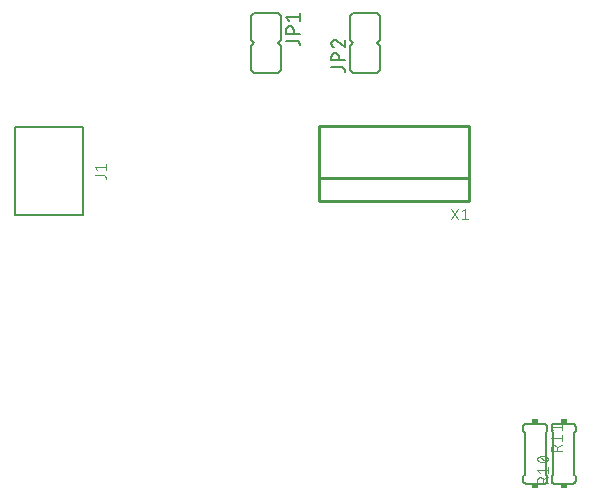
<source format=gbr>
G04 EAGLE Gerber RS-274X export*
G75*
%MOMM*%
%FSLAX34Y34*%
%LPD*%
%INSilkscreen Top*%
%IPPOS*%
%AMOC8*
5,1,8,0,0,1.08239X$1,22.5*%
G01*
%ADD10C,0.152400*%
%ADD11C,0.076200*%
%ADD12R,0.508000X0.381000*%
%ADD13C,0.101600*%
%ADD14C,0.127000*%
%ADD15C,0.254000*%


D10*
X79000Y348100D02*
X79000Y274100D01*
X79000Y348100D02*
X21500Y348100D01*
X21500Y274100D02*
X79000Y274100D01*
X21500Y274100D02*
X21500Y348100D01*
D11*
X88981Y307808D02*
X96166Y307808D01*
X96256Y307806D01*
X96345Y307800D01*
X96434Y307790D01*
X96522Y307777D01*
X96610Y307759D01*
X96697Y307738D01*
X96783Y307713D01*
X96868Y307684D01*
X96952Y307652D01*
X97034Y307616D01*
X97114Y307576D01*
X97193Y307533D01*
X97269Y307486D01*
X97344Y307437D01*
X97416Y307384D01*
X97486Y307328D01*
X97553Y307269D01*
X97618Y307207D01*
X97680Y307142D01*
X97739Y307075D01*
X97795Y307005D01*
X97848Y306933D01*
X97897Y306858D01*
X97944Y306782D01*
X97987Y306703D01*
X98027Y306623D01*
X98063Y306541D01*
X98095Y306457D01*
X98124Y306372D01*
X98149Y306286D01*
X98170Y306199D01*
X98188Y306111D01*
X98201Y306023D01*
X98211Y305934D01*
X98217Y305845D01*
X98219Y305755D01*
X98219Y304728D01*
X91034Y311940D02*
X88981Y314506D01*
X98219Y314506D01*
X98219Y311940D02*
X98219Y317072D01*
D10*
X475840Y49140D02*
X475842Y49040D01*
X475848Y48941D01*
X475858Y48841D01*
X475871Y48743D01*
X475889Y48644D01*
X475910Y48547D01*
X475935Y48451D01*
X475964Y48355D01*
X475997Y48261D01*
X476033Y48168D01*
X476073Y48077D01*
X476117Y47987D01*
X476164Y47899D01*
X476214Y47813D01*
X476268Y47729D01*
X476325Y47647D01*
X476385Y47568D01*
X476449Y47490D01*
X476515Y47416D01*
X476584Y47344D01*
X476656Y47275D01*
X476730Y47209D01*
X476808Y47145D01*
X476887Y47085D01*
X476969Y47028D01*
X477053Y46974D01*
X477139Y46924D01*
X477227Y46877D01*
X477317Y46833D01*
X477408Y46793D01*
X477501Y46757D01*
X477595Y46724D01*
X477691Y46695D01*
X477787Y46670D01*
X477884Y46649D01*
X477983Y46631D01*
X478081Y46618D01*
X478181Y46608D01*
X478280Y46602D01*
X478380Y46600D01*
X493620Y46600D02*
X493720Y46602D01*
X493819Y46608D01*
X493919Y46618D01*
X494017Y46631D01*
X494116Y46649D01*
X494213Y46670D01*
X494309Y46695D01*
X494405Y46724D01*
X494499Y46757D01*
X494592Y46793D01*
X494683Y46833D01*
X494773Y46877D01*
X494861Y46924D01*
X494947Y46974D01*
X495031Y47028D01*
X495113Y47085D01*
X495192Y47145D01*
X495270Y47209D01*
X495344Y47275D01*
X495416Y47344D01*
X495485Y47416D01*
X495551Y47490D01*
X495615Y47568D01*
X495675Y47647D01*
X495732Y47729D01*
X495786Y47813D01*
X495836Y47899D01*
X495883Y47987D01*
X495927Y48077D01*
X495967Y48168D01*
X496003Y48261D01*
X496036Y48355D01*
X496065Y48451D01*
X496090Y48547D01*
X496111Y48644D01*
X496129Y48743D01*
X496142Y48841D01*
X496152Y48941D01*
X496158Y49040D01*
X496160Y49140D01*
X496160Y94860D02*
X496158Y94960D01*
X496152Y95059D01*
X496142Y95159D01*
X496129Y95257D01*
X496111Y95356D01*
X496090Y95453D01*
X496065Y95549D01*
X496036Y95645D01*
X496003Y95739D01*
X495967Y95832D01*
X495927Y95923D01*
X495883Y96013D01*
X495836Y96101D01*
X495786Y96187D01*
X495732Y96271D01*
X495675Y96353D01*
X495615Y96432D01*
X495551Y96510D01*
X495485Y96584D01*
X495416Y96656D01*
X495344Y96725D01*
X495270Y96791D01*
X495192Y96855D01*
X495113Y96915D01*
X495031Y96972D01*
X494947Y97026D01*
X494861Y97076D01*
X494773Y97123D01*
X494683Y97167D01*
X494592Y97207D01*
X494499Y97243D01*
X494405Y97276D01*
X494309Y97305D01*
X494213Y97330D01*
X494116Y97351D01*
X494017Y97369D01*
X493919Y97382D01*
X493819Y97392D01*
X493720Y97398D01*
X493620Y97400D01*
X478380Y97400D02*
X478280Y97398D01*
X478181Y97392D01*
X478081Y97382D01*
X477983Y97369D01*
X477884Y97351D01*
X477787Y97330D01*
X477691Y97305D01*
X477595Y97276D01*
X477501Y97243D01*
X477408Y97207D01*
X477317Y97167D01*
X477227Y97123D01*
X477139Y97076D01*
X477053Y97026D01*
X476969Y96972D01*
X476887Y96915D01*
X476808Y96855D01*
X476730Y96791D01*
X476656Y96725D01*
X476584Y96656D01*
X476515Y96584D01*
X476449Y96510D01*
X476385Y96432D01*
X476325Y96353D01*
X476268Y96271D01*
X476214Y96187D01*
X476164Y96101D01*
X476117Y96013D01*
X476073Y95923D01*
X476033Y95832D01*
X475997Y95739D01*
X475964Y95645D01*
X475935Y95549D01*
X475910Y95453D01*
X475889Y95356D01*
X475871Y95257D01*
X475858Y95159D01*
X475848Y95059D01*
X475842Y94960D01*
X475840Y94860D01*
X478380Y46600D02*
X493620Y46600D01*
X475840Y49140D02*
X475840Y52950D01*
X477110Y54220D01*
X496160Y52950D02*
X496160Y49140D01*
X496160Y52950D02*
X494890Y54220D01*
X477110Y89780D02*
X475840Y91050D01*
X477110Y89780D02*
X477110Y54220D01*
X494890Y89780D02*
X496160Y91050D01*
X494890Y89780D02*
X494890Y54220D01*
X475840Y91050D02*
X475840Y94860D01*
X496160Y94860D02*
X496160Y91050D01*
X493620Y97400D02*
X478380Y97400D01*
D12*
X486000Y99305D03*
X486000Y44695D03*
D13*
X472538Y47108D02*
X463648Y47108D01*
X463648Y49577D01*
X463650Y49675D01*
X463656Y49773D01*
X463666Y49871D01*
X463679Y49968D01*
X463697Y50065D01*
X463718Y50161D01*
X463743Y50255D01*
X463772Y50349D01*
X463804Y50442D01*
X463841Y50533D01*
X463880Y50623D01*
X463924Y50711D01*
X463971Y50797D01*
X464021Y50882D01*
X464074Y50964D01*
X464131Y51044D01*
X464191Y51122D01*
X464254Y51197D01*
X464320Y51270D01*
X464389Y51340D01*
X464460Y51407D01*
X464534Y51472D01*
X464611Y51533D01*
X464690Y51592D01*
X464771Y51647D01*
X464854Y51699D01*
X464940Y51747D01*
X465027Y51792D01*
X465116Y51834D01*
X465206Y51872D01*
X465298Y51906D01*
X465391Y51937D01*
X465486Y51964D01*
X465581Y51987D01*
X465678Y52007D01*
X465774Y52022D01*
X465872Y52034D01*
X465970Y52042D01*
X466068Y52046D01*
X466166Y52046D01*
X466264Y52042D01*
X466362Y52034D01*
X466460Y52022D01*
X466556Y52007D01*
X466653Y51987D01*
X466748Y51964D01*
X466843Y51937D01*
X466936Y51906D01*
X467028Y51872D01*
X467118Y51834D01*
X467207Y51792D01*
X467294Y51747D01*
X467380Y51699D01*
X467463Y51647D01*
X467544Y51592D01*
X467623Y51533D01*
X467700Y51472D01*
X467774Y51407D01*
X467845Y51340D01*
X467914Y51270D01*
X467980Y51197D01*
X468043Y51122D01*
X468103Y51044D01*
X468160Y50964D01*
X468213Y50882D01*
X468263Y50797D01*
X468310Y50711D01*
X468354Y50623D01*
X468393Y50533D01*
X468430Y50442D01*
X468462Y50349D01*
X468491Y50255D01*
X468516Y50161D01*
X468537Y50065D01*
X468555Y49968D01*
X468568Y49871D01*
X468578Y49773D01*
X468584Y49675D01*
X468586Y49577D01*
X468587Y49577D02*
X468587Y47108D01*
X468587Y50071D02*
X472538Y52047D01*
X465624Y55958D02*
X463648Y58427D01*
X472538Y58427D01*
X472538Y55958D02*
X472538Y60897D01*
X468093Y64873D02*
X467918Y64875D01*
X467743Y64881D01*
X467569Y64892D01*
X467394Y64906D01*
X467221Y64925D01*
X467047Y64948D01*
X466874Y64975D01*
X466702Y65006D01*
X466531Y65041D01*
X466361Y65081D01*
X466191Y65124D01*
X466023Y65172D01*
X465856Y65223D01*
X465690Y65278D01*
X465525Y65338D01*
X465362Y65401D01*
X465201Y65468D01*
X465041Y65539D01*
X464883Y65614D01*
X464882Y65615D02*
X464804Y65644D01*
X464726Y65676D01*
X464651Y65713D01*
X464577Y65752D01*
X464505Y65795D01*
X464434Y65841D01*
X464367Y65891D01*
X464301Y65943D01*
X464238Y65998D01*
X464178Y66057D01*
X464120Y66118D01*
X464065Y66181D01*
X464013Y66247D01*
X463964Y66316D01*
X463919Y66386D01*
X463876Y66458D01*
X463837Y66533D01*
X463802Y66609D01*
X463770Y66686D01*
X463742Y66765D01*
X463717Y66846D01*
X463696Y66927D01*
X463679Y67009D01*
X463665Y67092D01*
X463656Y67175D01*
X463650Y67259D01*
X463648Y67343D01*
X463650Y67427D01*
X463656Y67511D01*
X463665Y67594D01*
X463679Y67677D01*
X463696Y67759D01*
X463717Y67840D01*
X463742Y67921D01*
X463770Y68000D01*
X463802Y68077D01*
X463837Y68153D01*
X463876Y68228D01*
X463919Y68300D01*
X463964Y68371D01*
X464013Y68439D01*
X464065Y68505D01*
X464120Y68568D01*
X464178Y68629D01*
X464238Y68688D01*
X464301Y68743D01*
X464367Y68795D01*
X464434Y68845D01*
X464505Y68891D01*
X464577Y68934D01*
X464651Y68973D01*
X464726Y69010D01*
X464804Y69042D01*
X464883Y69071D01*
X465041Y69146D01*
X465201Y69217D01*
X465362Y69284D01*
X465525Y69347D01*
X465690Y69407D01*
X465856Y69462D01*
X466023Y69513D01*
X466191Y69561D01*
X466361Y69604D01*
X466531Y69644D01*
X466702Y69679D01*
X466874Y69710D01*
X467047Y69737D01*
X467221Y69760D01*
X467394Y69779D01*
X467569Y69793D01*
X467743Y69804D01*
X467918Y69810D01*
X468093Y69812D01*
X468093Y64873D02*
X468268Y64875D01*
X468443Y64881D01*
X468617Y64892D01*
X468792Y64906D01*
X468965Y64925D01*
X469139Y64948D01*
X469312Y64975D01*
X469484Y65006D01*
X469655Y65041D01*
X469825Y65081D01*
X469995Y65124D01*
X470163Y65172D01*
X470330Y65223D01*
X470496Y65278D01*
X470661Y65338D01*
X470824Y65401D01*
X470985Y65468D01*
X471145Y65539D01*
X471303Y65614D01*
X471304Y65615D02*
X471382Y65644D01*
X471460Y65676D01*
X471535Y65713D01*
X471609Y65752D01*
X471682Y65795D01*
X471752Y65841D01*
X471819Y65891D01*
X471885Y65943D01*
X471948Y65999D01*
X472009Y66057D01*
X472066Y66118D01*
X472121Y66181D01*
X472173Y66247D01*
X472222Y66316D01*
X472267Y66386D01*
X472310Y66458D01*
X472349Y66533D01*
X472384Y66609D01*
X472416Y66687D01*
X472444Y66766D01*
X472469Y66846D01*
X472490Y66927D01*
X472507Y67009D01*
X472521Y67092D01*
X472530Y67175D01*
X472536Y67259D01*
X472538Y67343D01*
X471303Y69071D02*
X471145Y69146D01*
X470985Y69217D01*
X470824Y69284D01*
X470661Y69347D01*
X470496Y69407D01*
X470330Y69462D01*
X470163Y69513D01*
X469995Y69561D01*
X469825Y69604D01*
X469655Y69644D01*
X469484Y69679D01*
X469312Y69710D01*
X469139Y69737D01*
X468965Y69760D01*
X468792Y69779D01*
X468617Y69793D01*
X468443Y69804D01*
X468268Y69810D01*
X468093Y69812D01*
X471304Y69071D02*
X471382Y69042D01*
X471460Y69010D01*
X471535Y68973D01*
X471609Y68934D01*
X471682Y68891D01*
X471752Y68845D01*
X471819Y68795D01*
X471885Y68743D01*
X471948Y68687D01*
X472008Y68629D01*
X472066Y68568D01*
X472121Y68505D01*
X472173Y68439D01*
X472222Y68370D01*
X472267Y68300D01*
X472310Y68228D01*
X472349Y68153D01*
X472384Y68077D01*
X472416Y68000D01*
X472444Y67921D01*
X472469Y67840D01*
X472490Y67759D01*
X472507Y67677D01*
X472521Y67594D01*
X472530Y67511D01*
X472536Y67427D01*
X472538Y67343D01*
X470562Y65367D02*
X465624Y69318D01*
D10*
X472160Y94860D02*
X472158Y94960D01*
X472152Y95059D01*
X472142Y95159D01*
X472129Y95257D01*
X472111Y95356D01*
X472090Y95453D01*
X472065Y95549D01*
X472036Y95645D01*
X472003Y95739D01*
X471967Y95832D01*
X471927Y95923D01*
X471883Y96013D01*
X471836Y96101D01*
X471786Y96187D01*
X471732Y96271D01*
X471675Y96353D01*
X471615Y96432D01*
X471551Y96510D01*
X471485Y96584D01*
X471416Y96656D01*
X471344Y96725D01*
X471270Y96791D01*
X471192Y96855D01*
X471113Y96915D01*
X471031Y96972D01*
X470947Y97026D01*
X470861Y97076D01*
X470773Y97123D01*
X470683Y97167D01*
X470592Y97207D01*
X470499Y97243D01*
X470405Y97276D01*
X470309Y97305D01*
X470213Y97330D01*
X470116Y97351D01*
X470017Y97369D01*
X469919Y97382D01*
X469819Y97392D01*
X469720Y97398D01*
X469620Y97400D01*
X454380Y97400D02*
X454280Y97398D01*
X454181Y97392D01*
X454081Y97382D01*
X453983Y97369D01*
X453884Y97351D01*
X453787Y97330D01*
X453691Y97305D01*
X453595Y97276D01*
X453501Y97243D01*
X453408Y97207D01*
X453317Y97167D01*
X453227Y97123D01*
X453139Y97076D01*
X453053Y97026D01*
X452969Y96972D01*
X452887Y96915D01*
X452808Y96855D01*
X452730Y96791D01*
X452656Y96725D01*
X452584Y96656D01*
X452515Y96584D01*
X452449Y96510D01*
X452385Y96432D01*
X452325Y96353D01*
X452268Y96271D01*
X452214Y96187D01*
X452164Y96101D01*
X452117Y96013D01*
X452073Y95923D01*
X452033Y95832D01*
X451997Y95739D01*
X451964Y95645D01*
X451935Y95549D01*
X451910Y95453D01*
X451889Y95356D01*
X451871Y95257D01*
X451858Y95159D01*
X451848Y95059D01*
X451842Y94960D01*
X451840Y94860D01*
X451840Y49140D02*
X451842Y49040D01*
X451848Y48941D01*
X451858Y48841D01*
X451871Y48743D01*
X451889Y48644D01*
X451910Y48547D01*
X451935Y48451D01*
X451964Y48355D01*
X451997Y48261D01*
X452033Y48168D01*
X452073Y48077D01*
X452117Y47987D01*
X452164Y47899D01*
X452214Y47813D01*
X452268Y47729D01*
X452325Y47647D01*
X452385Y47568D01*
X452449Y47490D01*
X452515Y47416D01*
X452584Y47344D01*
X452656Y47275D01*
X452730Y47209D01*
X452808Y47145D01*
X452887Y47085D01*
X452969Y47028D01*
X453053Y46974D01*
X453139Y46924D01*
X453227Y46877D01*
X453317Y46833D01*
X453408Y46793D01*
X453501Y46757D01*
X453595Y46724D01*
X453691Y46695D01*
X453787Y46670D01*
X453884Y46649D01*
X453983Y46631D01*
X454081Y46618D01*
X454181Y46608D01*
X454280Y46602D01*
X454380Y46600D01*
X469620Y46600D02*
X469720Y46602D01*
X469819Y46608D01*
X469919Y46618D01*
X470017Y46631D01*
X470116Y46649D01*
X470213Y46670D01*
X470309Y46695D01*
X470405Y46724D01*
X470499Y46757D01*
X470592Y46793D01*
X470683Y46833D01*
X470773Y46877D01*
X470861Y46924D01*
X470947Y46974D01*
X471031Y47028D01*
X471113Y47085D01*
X471192Y47145D01*
X471270Y47209D01*
X471344Y47275D01*
X471416Y47344D01*
X471485Y47416D01*
X471551Y47490D01*
X471615Y47568D01*
X471675Y47647D01*
X471732Y47729D01*
X471786Y47813D01*
X471836Y47899D01*
X471883Y47987D01*
X471927Y48077D01*
X471967Y48168D01*
X472003Y48261D01*
X472036Y48355D01*
X472065Y48451D01*
X472090Y48547D01*
X472111Y48644D01*
X472129Y48743D01*
X472142Y48841D01*
X472152Y48941D01*
X472158Y49040D01*
X472160Y49140D01*
X469620Y97400D02*
X454380Y97400D01*
X472160Y94860D02*
X472160Y91050D01*
X470890Y89780D01*
X451840Y91050D02*
X451840Y94860D01*
X451840Y91050D02*
X453110Y89780D01*
X470890Y54220D02*
X472160Y52950D01*
X470890Y54220D02*
X470890Y89780D01*
X453110Y54220D02*
X451840Y52950D01*
X453110Y54220D02*
X453110Y89780D01*
X472160Y52950D02*
X472160Y49140D01*
X451840Y49140D02*
X451840Y52950D01*
X454380Y46600D02*
X469620Y46600D01*
D12*
X462000Y44695D03*
X462000Y99305D03*
D13*
X475462Y74188D02*
X484352Y74188D01*
X475462Y74188D02*
X475462Y76657D01*
X475464Y76755D01*
X475470Y76853D01*
X475480Y76951D01*
X475493Y77048D01*
X475511Y77145D01*
X475532Y77241D01*
X475557Y77335D01*
X475586Y77429D01*
X475618Y77522D01*
X475655Y77613D01*
X475694Y77703D01*
X475738Y77791D01*
X475785Y77877D01*
X475835Y77962D01*
X475888Y78044D01*
X475945Y78124D01*
X476005Y78202D01*
X476068Y78277D01*
X476134Y78350D01*
X476203Y78420D01*
X476274Y78487D01*
X476348Y78552D01*
X476425Y78613D01*
X476504Y78672D01*
X476585Y78727D01*
X476668Y78779D01*
X476754Y78827D01*
X476841Y78872D01*
X476930Y78914D01*
X477020Y78952D01*
X477112Y78986D01*
X477205Y79017D01*
X477300Y79044D01*
X477395Y79067D01*
X477492Y79087D01*
X477588Y79102D01*
X477686Y79114D01*
X477784Y79122D01*
X477882Y79126D01*
X477980Y79126D01*
X478078Y79122D01*
X478176Y79114D01*
X478274Y79102D01*
X478370Y79087D01*
X478467Y79067D01*
X478562Y79044D01*
X478657Y79017D01*
X478750Y78986D01*
X478842Y78952D01*
X478932Y78914D01*
X479021Y78872D01*
X479108Y78827D01*
X479194Y78779D01*
X479277Y78727D01*
X479358Y78672D01*
X479437Y78613D01*
X479514Y78552D01*
X479588Y78487D01*
X479659Y78420D01*
X479728Y78350D01*
X479794Y78277D01*
X479857Y78202D01*
X479917Y78124D01*
X479974Y78044D01*
X480027Y77962D01*
X480077Y77877D01*
X480124Y77791D01*
X480168Y77703D01*
X480207Y77613D01*
X480244Y77522D01*
X480276Y77429D01*
X480305Y77335D01*
X480330Y77241D01*
X480351Y77145D01*
X480369Y77048D01*
X480382Y76951D01*
X480392Y76853D01*
X480398Y76755D01*
X480400Y76657D01*
X480401Y76657D02*
X480401Y74188D01*
X480401Y77151D02*
X484352Y79127D01*
X477438Y83038D02*
X475462Y85507D01*
X484352Y85507D01*
X484352Y83038D02*
X484352Y87977D01*
X477438Y91953D02*
X475462Y94423D01*
X484352Y94423D01*
X484352Y96892D02*
X484352Y91953D01*
D10*
X246700Y417460D02*
X244160Y420000D01*
X246700Y422540D01*
X223840Y420000D02*
X221300Y417460D01*
X223840Y420000D02*
X221300Y422540D01*
X221300Y442860D01*
X223840Y445400D01*
X221300Y397140D02*
X223840Y394600D01*
X221300Y397140D02*
X221300Y417460D01*
X223840Y394600D02*
X244160Y394600D01*
X246700Y397140D01*
X246700Y417460D01*
X246700Y422540D02*
X246700Y442860D01*
X244160Y445400D01*
X223840Y445400D01*
D14*
X251145Y421576D02*
X260035Y421576D01*
X260135Y421574D01*
X260234Y421568D01*
X260334Y421558D01*
X260432Y421545D01*
X260531Y421527D01*
X260628Y421506D01*
X260724Y421481D01*
X260820Y421452D01*
X260914Y421419D01*
X261007Y421383D01*
X261098Y421343D01*
X261188Y421299D01*
X261276Y421252D01*
X261362Y421202D01*
X261446Y421148D01*
X261528Y421091D01*
X261607Y421031D01*
X261685Y420967D01*
X261759Y420901D01*
X261831Y420832D01*
X261900Y420760D01*
X261966Y420686D01*
X262030Y420608D01*
X262090Y420529D01*
X262147Y420447D01*
X262201Y420363D01*
X262251Y420277D01*
X262298Y420189D01*
X262342Y420099D01*
X262382Y420008D01*
X262418Y419915D01*
X262451Y419821D01*
X262480Y419725D01*
X262505Y419629D01*
X262526Y419532D01*
X262544Y419433D01*
X262557Y419335D01*
X262567Y419235D01*
X262573Y419136D01*
X262575Y419036D01*
X262575Y417766D01*
X262575Y427557D02*
X251145Y427557D01*
X251145Y430732D01*
X251147Y430843D01*
X251153Y430953D01*
X251162Y431064D01*
X251176Y431174D01*
X251193Y431283D01*
X251214Y431392D01*
X251239Y431500D01*
X251268Y431607D01*
X251300Y431713D01*
X251336Y431818D01*
X251376Y431921D01*
X251419Y432023D01*
X251466Y432124D01*
X251517Y432223D01*
X251570Y432320D01*
X251627Y432414D01*
X251688Y432507D01*
X251751Y432598D01*
X251818Y432687D01*
X251888Y432773D01*
X251961Y432856D01*
X252036Y432938D01*
X252114Y433016D01*
X252196Y433091D01*
X252279Y433164D01*
X252365Y433234D01*
X252454Y433301D01*
X252545Y433364D01*
X252638Y433425D01*
X252733Y433482D01*
X252829Y433535D01*
X252928Y433586D01*
X253029Y433633D01*
X253131Y433676D01*
X253234Y433716D01*
X253339Y433752D01*
X253445Y433784D01*
X253552Y433813D01*
X253660Y433838D01*
X253769Y433859D01*
X253878Y433876D01*
X253988Y433890D01*
X254099Y433899D01*
X254209Y433905D01*
X254320Y433907D01*
X254431Y433905D01*
X254541Y433899D01*
X254652Y433890D01*
X254762Y433876D01*
X254871Y433859D01*
X254980Y433838D01*
X255088Y433813D01*
X255195Y433784D01*
X255301Y433752D01*
X255406Y433716D01*
X255509Y433676D01*
X255611Y433633D01*
X255712Y433586D01*
X255811Y433535D01*
X255908Y433482D01*
X256002Y433425D01*
X256095Y433364D01*
X256186Y433301D01*
X256275Y433234D01*
X256361Y433164D01*
X256444Y433091D01*
X256526Y433016D01*
X256604Y432938D01*
X256679Y432856D01*
X256752Y432773D01*
X256822Y432687D01*
X256889Y432598D01*
X256952Y432507D01*
X257013Y432414D01*
X257070Y432320D01*
X257123Y432223D01*
X257174Y432124D01*
X257221Y432023D01*
X257264Y431921D01*
X257304Y431818D01*
X257340Y431713D01*
X257372Y431607D01*
X257401Y431500D01*
X257426Y431392D01*
X257447Y431283D01*
X257464Y431174D01*
X257478Y431064D01*
X257487Y430953D01*
X257493Y430843D01*
X257495Y430732D01*
X257495Y427557D01*
X253685Y438415D02*
X251145Y441590D01*
X262575Y441590D01*
X262575Y438415D02*
X262575Y444765D01*
D10*
X305300Y422540D02*
X307840Y420000D01*
X305300Y417460D01*
X328160Y420000D02*
X330700Y422540D01*
X328160Y420000D02*
X330700Y417460D01*
X330700Y397140D01*
X328160Y394600D01*
X330700Y442860D02*
X328160Y445400D01*
X330700Y442860D02*
X330700Y422540D01*
X328160Y445400D02*
X307840Y445400D01*
X305300Y442860D01*
X305300Y422540D01*
X305300Y417460D02*
X305300Y397140D01*
X307840Y394600D01*
X328160Y394600D01*
D14*
X298315Y399045D02*
X289425Y399045D01*
X298315Y399045D02*
X298415Y399043D01*
X298514Y399037D01*
X298614Y399027D01*
X298712Y399014D01*
X298811Y398996D01*
X298908Y398975D01*
X299004Y398950D01*
X299100Y398921D01*
X299194Y398888D01*
X299287Y398852D01*
X299378Y398812D01*
X299468Y398768D01*
X299556Y398721D01*
X299642Y398671D01*
X299726Y398617D01*
X299808Y398560D01*
X299887Y398500D01*
X299965Y398436D01*
X300039Y398370D01*
X300111Y398301D01*
X300180Y398229D01*
X300246Y398155D01*
X300310Y398077D01*
X300370Y397998D01*
X300427Y397916D01*
X300481Y397832D01*
X300531Y397746D01*
X300578Y397658D01*
X300622Y397568D01*
X300662Y397477D01*
X300698Y397384D01*
X300731Y397290D01*
X300760Y397194D01*
X300785Y397098D01*
X300806Y397001D01*
X300824Y396902D01*
X300837Y396804D01*
X300847Y396704D01*
X300853Y396605D01*
X300855Y396505D01*
X300855Y395235D01*
X300855Y405025D02*
X289425Y405025D01*
X289425Y408200D01*
X289427Y408311D01*
X289433Y408421D01*
X289442Y408532D01*
X289456Y408642D01*
X289473Y408751D01*
X289494Y408860D01*
X289519Y408968D01*
X289548Y409075D01*
X289580Y409181D01*
X289616Y409286D01*
X289656Y409389D01*
X289699Y409491D01*
X289746Y409592D01*
X289797Y409691D01*
X289850Y409788D01*
X289907Y409882D01*
X289968Y409975D01*
X290031Y410066D01*
X290098Y410155D01*
X290168Y410241D01*
X290241Y410324D01*
X290316Y410406D01*
X290394Y410484D01*
X290476Y410559D01*
X290559Y410632D01*
X290645Y410702D01*
X290734Y410769D01*
X290825Y410832D01*
X290918Y410893D01*
X291013Y410950D01*
X291109Y411003D01*
X291208Y411054D01*
X291309Y411101D01*
X291411Y411144D01*
X291514Y411184D01*
X291619Y411220D01*
X291725Y411252D01*
X291832Y411281D01*
X291940Y411306D01*
X292049Y411327D01*
X292158Y411344D01*
X292268Y411358D01*
X292379Y411367D01*
X292489Y411373D01*
X292600Y411375D01*
X292711Y411373D01*
X292821Y411367D01*
X292932Y411358D01*
X293042Y411344D01*
X293151Y411327D01*
X293260Y411306D01*
X293368Y411281D01*
X293475Y411252D01*
X293581Y411220D01*
X293686Y411184D01*
X293789Y411144D01*
X293891Y411101D01*
X293992Y411054D01*
X294091Y411003D01*
X294188Y410950D01*
X294282Y410893D01*
X294375Y410832D01*
X294466Y410769D01*
X294555Y410702D01*
X294641Y410632D01*
X294724Y410559D01*
X294806Y410484D01*
X294884Y410406D01*
X294959Y410324D01*
X295032Y410241D01*
X295102Y410155D01*
X295169Y410066D01*
X295232Y409975D01*
X295293Y409882D01*
X295350Y409788D01*
X295403Y409691D01*
X295454Y409592D01*
X295501Y409491D01*
X295544Y409389D01*
X295584Y409286D01*
X295620Y409181D01*
X295652Y409075D01*
X295681Y408968D01*
X295706Y408860D01*
X295727Y408751D01*
X295744Y408642D01*
X295758Y408532D01*
X295767Y408421D01*
X295773Y408311D01*
X295775Y408200D01*
X295775Y405025D01*
X289425Y419376D02*
X289427Y419480D01*
X289433Y419585D01*
X289442Y419689D01*
X289455Y419792D01*
X289473Y419895D01*
X289493Y419997D01*
X289518Y420099D01*
X289546Y420199D01*
X289578Y420299D01*
X289614Y420397D01*
X289653Y420494D01*
X289695Y420589D01*
X289741Y420683D01*
X289791Y420775D01*
X289843Y420865D01*
X289899Y420953D01*
X289959Y421039D01*
X290021Y421123D01*
X290086Y421204D01*
X290154Y421283D01*
X290226Y421360D01*
X290299Y421433D01*
X290376Y421505D01*
X290455Y421573D01*
X290536Y421638D01*
X290620Y421700D01*
X290706Y421760D01*
X290794Y421816D01*
X290884Y421868D01*
X290976Y421918D01*
X291070Y421964D01*
X291165Y422006D01*
X291262Y422045D01*
X291360Y422081D01*
X291460Y422113D01*
X291560Y422141D01*
X291662Y422166D01*
X291764Y422186D01*
X291867Y422204D01*
X291970Y422217D01*
X292074Y422226D01*
X292179Y422232D01*
X292283Y422234D01*
X289425Y419376D02*
X289427Y419258D01*
X289433Y419139D01*
X289442Y419021D01*
X289455Y418904D01*
X289473Y418787D01*
X289493Y418670D01*
X289518Y418554D01*
X289546Y418439D01*
X289579Y418326D01*
X289614Y418213D01*
X289654Y418101D01*
X289696Y417991D01*
X289743Y417882D01*
X289793Y417774D01*
X289846Y417669D01*
X289903Y417565D01*
X289963Y417463D01*
X290026Y417363D01*
X290093Y417265D01*
X290162Y417169D01*
X290235Y417076D01*
X290311Y416985D01*
X290389Y416896D01*
X290471Y416810D01*
X290555Y416727D01*
X290641Y416646D01*
X290731Y416569D01*
X290822Y416494D01*
X290916Y416422D01*
X291013Y416353D01*
X291111Y416288D01*
X291212Y416225D01*
X291315Y416166D01*
X291419Y416110D01*
X291525Y416058D01*
X291633Y416009D01*
X291742Y415964D01*
X291853Y415922D01*
X291965Y415884D01*
X294505Y421282D02*
X294430Y421358D01*
X294351Y421433D01*
X294270Y421504D01*
X294186Y421573D01*
X294100Y421638D01*
X294012Y421700D01*
X293922Y421760D01*
X293830Y421816D01*
X293735Y421869D01*
X293639Y421918D01*
X293541Y421964D01*
X293442Y422007D01*
X293341Y422046D01*
X293239Y422081D01*
X293136Y422113D01*
X293032Y422141D01*
X292927Y422166D01*
X292820Y422187D01*
X292714Y422204D01*
X292607Y422217D01*
X292499Y422226D01*
X292391Y422232D01*
X292283Y422234D01*
X294505Y421281D02*
X300855Y415884D01*
X300855Y422234D01*
D15*
X278500Y286250D02*
X405500Y286250D01*
X278500Y286250D02*
X278500Y305300D01*
X278500Y349750D01*
X405500Y349750D01*
X405500Y305300D01*
X405500Y286250D01*
X405500Y305300D02*
X278500Y305300D01*
D13*
X390260Y270248D02*
X396356Y279392D01*
X390260Y279392D02*
X396356Y270248D01*
X399912Y277360D02*
X402452Y279392D01*
X402452Y270248D01*
X399912Y270248D02*
X404992Y270248D01*
M02*

</source>
